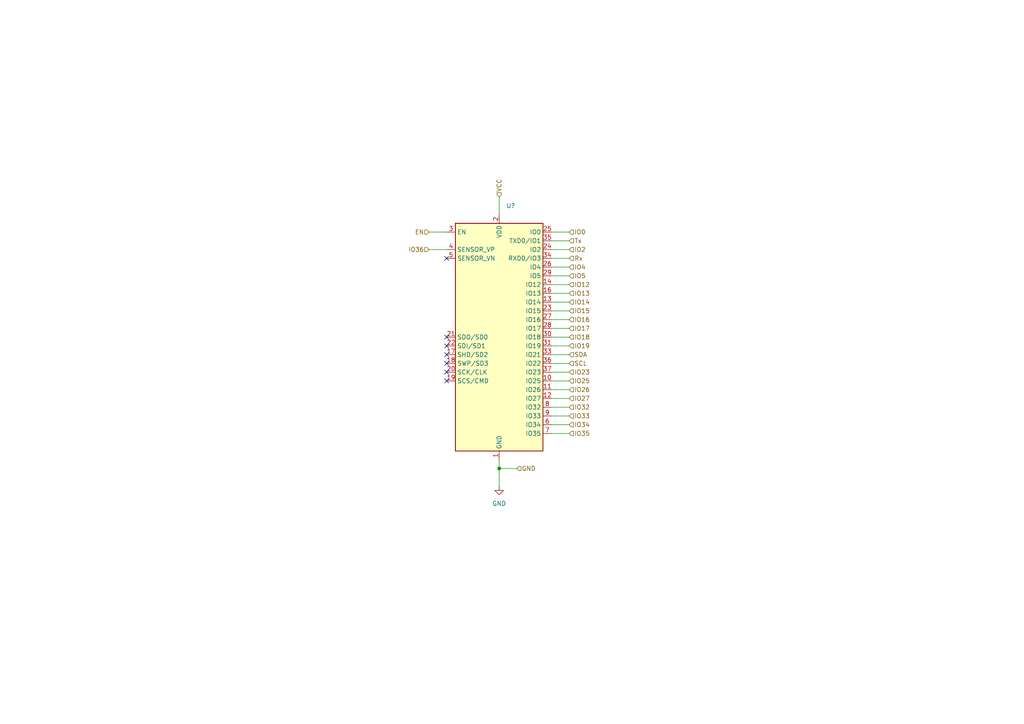
<source format=kicad_sch>
(kicad_sch (version 20220929) (generator eeschema)
  (paper "A4")
  (title_block (title "CPU - ESP32") (date "2022-09-15") (rev "José Luis Laica") (company "INTEAMBI"))
  (lib_symbols
    (symbol "RF_Module:ESP32-WROOM-32D"
      (property "Reference" "U" (at -12.7 34.29 0))
      (property "Value" "ESP32-WROOM-32D" (at 1.27 34.29 0))
      (symbol "ESP32-WROOM-32D_0_1"
        (rectangle (start -12.7 33.02) (end 12.7 -33.02) (stroke (width 0.254)) (fill (type background)))
      )
      (symbol "ESP32-WROOM-32D_1_1"
        (pin power_in line (at 0 -35.56 90) (length 2.54) (name "GND") (number "1"))
        (pin bidirectional line (at 15.24 -12.7 180) (length 2.54) (name "IO25") (number "10"))
        (pin bidirectional line (at 15.24 -15.24 180) (length 2.54) (name "IO26") (number "11"))
        (pin bidirectional line (at 15.24 -17.78 180) (length 2.54) (name "IO27") (number "12"))
        (pin bidirectional line (at 15.24 10.16 180) (length 2.54) (name "IO14") (number "13"))
        (pin bidirectional line (at 15.24 15.24 180) (length 2.54) (name "IO12") (number "14"))
        (pin passive line (at 0 -35.56 90) (length 2.54) hide (name "GND") (number "15"))
        (pin bidirectional line (at 15.24 12.7 180) (length 2.54) (name "IO13") (number "16"))
        (pin bidirectional line (at -15.24 -5.08 0) (length 2.54) (name "SHD/SD2") (number "17"))
        (pin bidirectional line (at -15.24 -7.62 0) (length 2.54) (name "SWP/SD3") (number "18"))
        (pin bidirectional line (at -15.24 -12.7 0) (length 2.54) (name "SCS/CMD") (number "19"))
        (pin power_in line (at 0 35.56 270) (length 2.54) (name "VDD") (number "2"))
        (pin bidirectional line (at -15.24 -10.16 0) (length 2.54) (name "SCK/CLK") (number "20"))
        (pin bidirectional line (at -15.24 0 0) (length 2.54) (name "SDO/SD0") (number "21"))
        (pin bidirectional line (at -15.24 -2.54 0) (length 2.54) (name "SDI/SD1") (number "22"))
        (pin bidirectional line (at 15.24 7.62 180) (length 2.54) (name "IO15") (number "23"))
        (pin bidirectional line (at 15.24 25.4 180) (length 2.54) (name "IO2") (number "24"))
        (pin bidirectional line (at 15.24 30.48 180) (length 2.54) (name "IO0") (number "25"))
        (pin bidirectional line (at 15.24 20.32 180) (length 2.54) (name "IO4") (number "26"))
        (pin bidirectional line (at 15.24 5.08 180) (length 2.54) (name "IO16") (number "27"))
        (pin bidirectional line (at 15.24 2.54 180) (length 2.54) (name "IO17") (number "28"))
        (pin bidirectional line (at 15.24 17.78 180) (length 2.54) (name "IO5") (number "29"))
        (pin input line (at -15.24 30.48 0) (length 2.54) (name "EN") (number "3"))
        (pin bidirectional line (at 15.24 0 180) (length 2.54) (name "IO18") (number "30"))
        (pin bidirectional line (at 15.24 -2.54 180) (length 2.54) (name "IO19") (number "31"))
        (pin no_connect line (at -12.7 -27.94 0) (length 2.54) hide (name "NC") (number "32"))
        (pin bidirectional line (at 15.24 -5.08 180) (length 2.54) (name "IO21") (number "33"))
        (pin bidirectional line (at 15.24 22.86 180) (length 2.54) (name "RXD0/IO3") (number "34"))
        (pin bidirectional line (at 15.24 27.94 180) (length 2.54) (name "TXD0/IO1") (number "35"))
        (pin bidirectional line (at 15.24 -7.62 180) (length 2.54) (name "IO22") (number "36"))
        (pin bidirectional line (at 15.24 -10.16 180) (length 2.54) (name "IO23") (number "37"))
        (pin passive line (at 0 -35.56 90) (length 2.54) hide (name "GND") (number "38"))
        (pin passive line (at 0 -35.56 90) (length 2.54) hide (name "GND") (number "39"))
        (pin input line (at -15.24 25.4 0) (length 2.54) (name "SENSOR_VP") (number "4"))
        (pin input line (at -15.24 22.86 0) (length 2.54) (name "SENSOR_VN") (number "5"))
        (pin input line (at 15.24 -25.4 180) (length 2.54) (name "IO34") (number "6"))
        (pin input line (at 15.24 -27.94 180) (length 2.54) (name "IO35") (number "7"))
        (pin bidirectional line (at 15.24 -20.32 180) (length 2.54) (name "IO32") (number "8"))
        (pin bidirectional line (at 15.24 -22.86 180) (length 2.54) (name "IO33") (number "9"))
      )
    )
    (symbol "power:GND" (power) (pin_names (offset 0))
      (property "Value" "GND" (at 0 -3.81 0))
      (symbol "GND_0_1"
        (polyline (pts (xy 0 0) (xy 0 -1.27) (xy 1.27 -1.27) (xy 0 -2.54) (xy -1.27 -1.27) (xy 0 -1.27)))
      )
      (symbol "GND_1_1"
        (pin power_in line (at 0 0 270) (length 0) hide (name "GND") (number "1"))
      )
    )
  )
  (junction (at 144.78 135.89))
  (no_connect (at 129.54 100.33))
  (no_connect (at 129.54 110.49))
  (no_connect (at 129.54 97.79))
  (no_connect (at 129.54 74.93))
  (no_connect (at 129.54 102.87))
  (no_connect (at 129.54 105.41))
  (no_connect (at 129.54 107.95))
  (wire (pts (xy 165.1 92.71) (xy 160.02 92.71)))
  (wire (pts (xy 165.1 105.41) (xy 160.02 105.41)))
  (wire (pts (xy 165.1 69.85) (xy 160.02 69.85)))
  (wire (pts (xy 165.1 110.49) (xy 160.02 110.49)))
  (wire (pts (xy 165.1 87.63) (xy 160.02 87.63)))
  (wire (pts (xy 165.1 97.79) (xy 160.02 97.79)))
  (wire (pts (xy 165.1 67.31) (xy 160.02 67.31)))
  (wire (pts (xy 165.1 118.11) (xy 160.02 118.11)))
  (wire (pts (xy 165.1 85.09) (xy 160.02 85.09)))
  (wire (pts (xy 165.1 95.25) (xy 160.02 95.25)))
  (wire (pts (xy 144.78 57.15) (xy 144.78 62.23)))
  (wire (pts (xy 144.78 135.89) (xy 144.78 140.97)))
  (wire (pts (xy 165.1 107.95) (xy 160.02 107.95)))
  (wire (pts (xy 144.78 135.89) (xy 149.86 135.89)))
  (wire (pts (xy 165.1 80.01) (xy 160.02 80.01)))
  (wire (pts (xy 165.1 72.39) (xy 160.02 72.39)))
  (wire (pts (xy 144.78 133.35) (xy 144.78 135.89)))
  (wire (pts (xy 124.46 67.31) (xy 129.54 67.31)))
  (wire (pts (xy 165.1 125.73) (xy 160.02 125.73)))
  (wire (pts (xy 165.1 100.33) (xy 160.02 100.33)))
  (wire (pts (xy 165.1 115.57) (xy 160.02 115.57)))
  (wire (pts (xy 124.46 72.39) (xy 129.54 72.39)))
  (wire (pts (xy 165.1 82.55) (xy 160.02 82.55)))
  (wire (pts (xy 165.1 113.03) (xy 160.02 113.03)))
  (wire (pts (xy 165.1 74.93) (xy 160.02 74.93)))
  (wire (pts (xy 165.1 102.87) (xy 160.02 102.87)))
  (wire (pts (xy 165.1 77.47) (xy 160.02 77.47)))
  (wire (pts (xy 165.1 120.65) (xy 160.02 120.65)))
  (wire (pts (xy 165.1 123.19) (xy 160.02 123.19)))
  (wire (pts (xy 165.1 90.17) (xy 160.02 90.17)))
  (hierarchical_label "IO27" (shape input) (at 165.1 115.57 0))
  (hierarchical_label "IO16" (shape input) (at 165.1 92.71 0))
  (hierarchical_label "IO36" (shape input) (at 124.46 72.39 180))
  (hierarchical_label "IO19" (shape input) (at 165.1 100.33 0))
  (hierarchical_label "IO0" (shape input) (at 165.1 67.31 0))
  (hierarchical_label "IO23" (shape input) (at 165.1 107.95 0))
  (hierarchical_label "IO35" (shape input) (at 165.1 125.73 0))
  (hierarchical_label "IO34" (shape input) (at 165.1 123.19 0))
  (hierarchical_label "IO5" (shape input) (at 165.1 80.01 0))
  (hierarchical_label "IO14" (shape input) (at 165.1 87.63 0))
  (hierarchical_label "GND" (shape input) (at 149.86 135.89 0))
  (hierarchical_label "IO2" (shape input) (at 165.1 72.39 0))
  (hierarchical_label "IO32" (shape input) (at 165.1 118.11 0))
  (hierarchical_label "Tx" (shape input) (at 165.1 69.85 0))
  (hierarchical_label "VCC" (shape input) (at 144.78 57.15 90))
  (hierarchical_label "IO18" (shape input) (at 165.1 97.79 0))
  (hierarchical_label "IO17" (shape input) (at 165.1 95.25 0))
  (hierarchical_label "IO33" (shape input) (at 165.1 120.65 0))
  (hierarchical_label "SDA" (shape input) (at 165.1 102.87 0))
  (hierarchical_label "Rx" (shape input) (at 165.1 74.93 0))
  (hierarchical_label "IO12" (shape input) (at 165.1 82.55 0))
  (hierarchical_label "IO4" (shape input) (at 165.1 77.47 0))
  (hierarchical_label "IO15" (shape input) (at 165.1 90.17 0))
  (hierarchical_label "IO25" (shape input) (at 165.1 110.49 0))
  (hierarchical_label "IO13" (shape input) (at 165.1 85.09 0))
  (hierarchical_label "IO26" (shape input) (at 165.1 113.03 0))
  (hierarchical_label "EN" (shape input) (at 124.46 67.31 180))
  (hierarchical_label "SCL" (shape input) (at 165.1 105.41 0))
  (symbol (lib_id "power:GND") (at 144.78 140.97 0) (unit 1)
    (default_instance (reference "") (unit 1) (value "") (footprint ""))
  )
  (symbol (lib_id "RF_Module:ESP32-WROOM-32D") (at 144.78 97.79 0) (unit 1)
    (default_instance (reference "") (unit 1) (value "") (footprint ""))
    (property "Datasheet" "https://www.espressif.com/sites/default/files/documentation/esp32-wroom-32d_esp32-wroom-32u_datasheet_en.pdf" (effects hide))
  )
)
</source>
